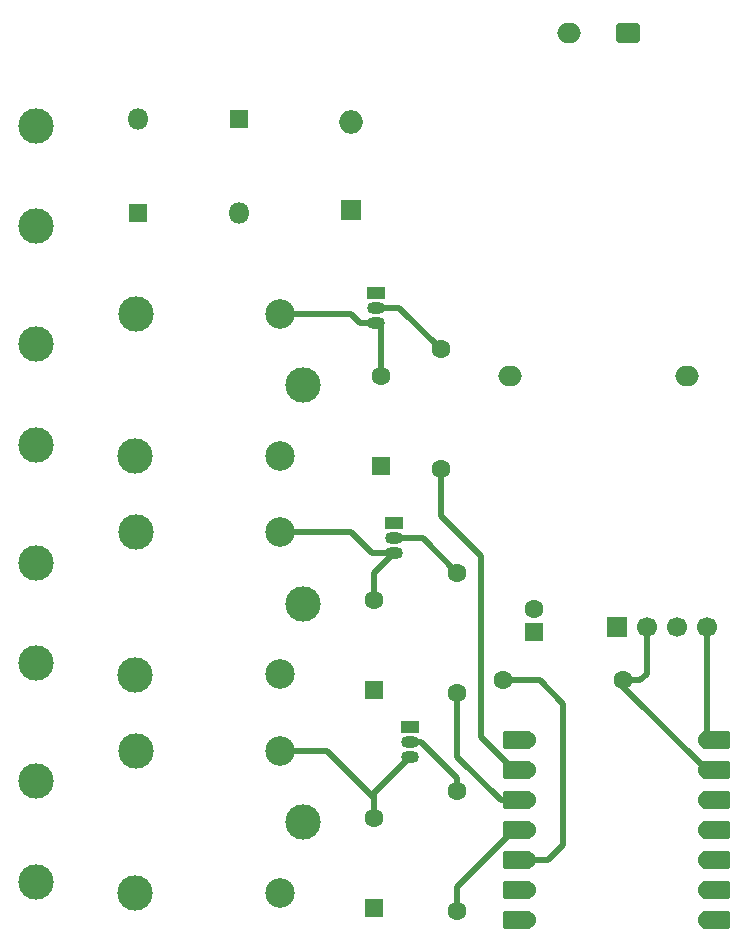
<source format=gbr>
%TF.GenerationSoftware,KiCad,Pcbnew,9.0.5*%
%TF.CreationDate,2025-10-13T17:13:28+02:00*%
%TF.ProjectId,power-sequencer-pcb,706f7765-722d-4736-9571-75656e636572,A*%
%TF.SameCoordinates,Original*%
%TF.FileFunction,Copper,L1,Top*%
%TF.FilePolarity,Positive*%
%FSLAX46Y46*%
G04 Gerber Fmt 4.6, Leading zero omitted, Abs format (unit mm)*
G04 Created by KiCad (PCBNEW 9.0.5) date 2025-10-13 17:13:28*
%MOMM*%
%LPD*%
G01*
G04 APERTURE LIST*
G04 Aperture macros list*
%AMRoundRect*
0 Rectangle with rounded corners*
0 $1 Rounding radius*
0 $2 $3 $4 $5 $6 $7 $8 $9 X,Y pos of 4 corners*
0 Add a 4 corners polygon primitive as box body*
4,1,4,$2,$3,$4,$5,$6,$7,$8,$9,$2,$3,0*
0 Add four circle primitives for the rounded corners*
1,1,$1+$1,$2,$3*
1,1,$1+$1,$4,$5*
1,1,$1+$1,$6,$7*
1,1,$1+$1,$8,$9*
0 Add four rect primitives between the rounded corners*
20,1,$1+$1,$2,$3,$4,$5,0*
20,1,$1+$1,$4,$5,$6,$7,0*
20,1,$1+$1,$6,$7,$8,$9,0*
20,1,$1+$1,$8,$9,$2,$3,0*%
G04 Aperture macros list end*
%TA.AperFunction,ComponentPad*%
%ADD10C,3.000000*%
%TD*%
%TA.AperFunction,ComponentPad*%
%ADD11C,1.600000*%
%TD*%
%TA.AperFunction,ComponentPad*%
%ADD12RoundRect,0.250000X0.550000X-0.550000X0.550000X0.550000X-0.550000X0.550000X-0.550000X-0.550000X0*%
%TD*%
%TA.AperFunction,ComponentPad*%
%ADD13O,1.500000X1.050000*%
%TD*%
%TA.AperFunction,ComponentPad*%
%ADD14R,1.500000X1.050000*%
%TD*%
%TA.AperFunction,ComponentPad*%
%ADD15C,2.500000*%
%TD*%
%TA.AperFunction,ComponentPad*%
%ADD16R,1.800000X1.800000*%
%TD*%
%TA.AperFunction,ComponentPad*%
%ADD17O,2.000000X2.000000*%
%TD*%
%TA.AperFunction,SMDPad,CuDef*%
%ADD18RoundRect,0.152400X-1.063600X-0.609600X1.063600X-0.609600X1.063600X0.609600X-1.063600X0.609600X0*%
%TD*%
%TA.AperFunction,ComponentPad*%
%ADD19C,1.524000*%
%TD*%
%TA.AperFunction,SMDPad,CuDef*%
%ADD20RoundRect,0.152400X1.063600X0.609600X-1.063600X0.609600X-1.063600X-0.609600X1.063600X-0.609600X0*%
%TD*%
%TA.AperFunction,ComponentPad*%
%ADD21R,1.700000X1.700000*%
%TD*%
%TA.AperFunction,ComponentPad*%
%ADD22C,1.700000*%
%TD*%
%TA.AperFunction,ComponentPad*%
%ADD23RoundRect,0.250000X-0.750000X0.600000X-0.750000X-0.600000X0.750000X-0.600000X0.750000X0.600000X0*%
%TD*%
%TA.AperFunction,ComponentPad*%
%ADD24O,2.000000X1.700000*%
%TD*%
%TA.AperFunction,ComponentPad*%
%ADD25R,1.600000X1.600000*%
%TD*%
%TA.AperFunction,ComponentPad*%
%ADD26O,1.800000X1.800000*%
%TD*%
%TA.AperFunction,Conductor*%
%ADD27C,0.500000*%
%TD*%
G04 APERTURE END LIST*
D10*
%TO.P,J1,1,Pin_1*%
%TO.N,Net-(J1-Pin_1)*%
X86307500Y-78095000D03*
%TO.P,J1,2,Pin_2*%
%TO.N,AC_N*%
X86307500Y-69595000D03*
%TD*%
%TO.P,J2,1,Pin_1*%
%TO.N,Net-(J2-Pin_1)*%
X86307500Y-96595000D03*
%TO.P,J2,2,Pin_2*%
%TO.N,AC_N*%
X86307500Y-88095000D03*
%TD*%
%TO.P,J4,1,Pin_1*%
%TO.N,Net-(J4-Pin_1)*%
X86307500Y-133595000D03*
%TO.P,J4,2,Pin_2*%
%TO.N,AC_N*%
X86307500Y-125095000D03*
%TD*%
%TO.P,J3,1,Pin_1*%
%TO.N,Net-(J3-Pin_1)*%
X86307500Y-115095000D03*
%TO.P,J3,2,Pin_2*%
%TO.N,AC_N*%
X86307500Y-106595000D03*
%TD*%
D11*
%TO.P,R2,2*%
%TO.N,Net-(U1-GPIO2{slash}SCK)*%
X120595000Y-98675000D03*
%TO.P,R2,1*%
%TO.N,Net-(Q1-B)*%
X120595000Y-88515000D03*
%TD*%
%TO.P,D1,2,A*%
%TO.N,Net-(D1-A)*%
X115595000Y-90785000D03*
D12*
%TO.P,D1,1,K*%
%TO.N,+5V*%
X115595000Y-98405000D03*
%TD*%
D13*
%TO.P,Q1,3,C*%
%TO.N,Net-(D1-A)*%
X115140000Y-86270000D03*
%TO.P,Q1,2,B*%
%TO.N,Net-(Q1-B)*%
X115140000Y-85000000D03*
D14*
%TO.P,Q1,1,E*%
%TO.N,DC_GND*%
X115140000Y-83730000D03*
%TD*%
D11*
%TO.P,R3,1*%
%TO.N,Net-(Q2-B)*%
X122000000Y-107420000D03*
%TO.P,R3,2*%
%TO.N,Net-(U1-GPIO4{slash}MISO)*%
X122000000Y-117580000D03*
%TD*%
D12*
%TO.P,D3,1,K*%
%TO.N,+5V*%
X115000000Y-135810000D03*
D11*
%TO.P,D3,2,A*%
%TO.N,Net-(D3-A)*%
X115000000Y-128190000D03*
%TD*%
D10*
%TO.P,K2,1*%
%TO.N,AC_L*%
X108950000Y-110050000D03*
D15*
%TO.P,K2,2*%
%TO.N,Net-(D2-A)*%
X107000000Y-104000000D03*
D10*
%TO.P,K2,3*%
%TO.N,Net-(J3-Pin_1)*%
X94800000Y-104000000D03*
%TO.P,K2,4*%
%TO.N,unconnected-(K2-Pad4)*%
X94750000Y-116050000D03*
D15*
%TO.P,K2,5*%
%TO.N,+5V*%
X107000000Y-116000000D03*
%TD*%
D16*
%TO.P,RV1,1*%
%TO.N,AC_L*%
X113000000Y-76750000D03*
D17*
%TO.P,RV1,2*%
%TO.N,AC_N*%
X113000000Y-69250000D03*
%TD*%
D12*
%TO.P,C1,1*%
%TO.N,+5V*%
X128500000Y-112455113D03*
D11*
%TO.P,C1,2*%
%TO.N,DC_GND*%
X128500000Y-110455113D03*
%TD*%
D18*
%TO.P,U1,1,GPIO26/ADC0/A0*%
%TO.N,unconnected-(U1-GPIO26{slash}ADC0{slash}A0-Pad1)*%
X143955000Y-136851500D03*
D19*
X143120000Y-136851500D03*
D18*
%TO.P,U1,2,GPIO27/ADC1/A1*%
%TO.N,unconnected-(U1-GPIO27{slash}ADC1{slash}A1-Pad2)*%
X143955000Y-134311500D03*
D19*
X143120000Y-134311500D03*
D18*
%TO.P,U1,3,GPIO28/ADC2/A2*%
%TO.N,unconnected-(U1-GPIO28{slash}ADC2{slash}A2-Pad3)*%
X143955000Y-131771500D03*
D19*
X143120000Y-131771500D03*
D18*
%TO.P,U1,4,GPIO29/ADC3/A3*%
%TO.N,unconnected-(U1-GPIO29{slash}ADC3{slash}A3-Pad4)*%
X143955000Y-129231500D03*
D19*
X143120000Y-129231500D03*
D18*
%TO.P,U1,5,GPIO6/SDA*%
%TO.N,unconnected-(U1-GPIO6{slash}SDA-Pad5)*%
X143955000Y-126691500D03*
D19*
X143120000Y-126691500D03*
D18*
%TO.P,U1,6,GPIO7/SCL*%
%TO.N,BUTTON*%
X143955000Y-124151500D03*
D19*
X143120000Y-124151500D03*
D18*
%TO.P,U1,7,GPIO0/TX*%
%TO.N,LED*%
X143955000Y-121611500D03*
D19*
X143120000Y-121611500D03*
%TO.P,U1,8,GPIO1/RX*%
%TO.N,unconnected-(U1-GPIO1{slash}RX-Pad8)*%
X127880000Y-121611500D03*
D20*
X127045000Y-121611500D03*
D19*
%TO.P,U1,9,GPIO2/SCK*%
%TO.N,Net-(U1-GPIO2{slash}SCK)*%
X127880000Y-124151500D03*
D20*
X127045000Y-124151500D03*
D19*
%TO.P,U1,10,GPIO4/MISO*%
%TO.N,Net-(U1-GPIO4{slash}MISO)*%
X127880000Y-126691500D03*
D20*
X127045000Y-126691500D03*
D19*
%TO.P,U1,11,GPIO3/MOSI*%
%TO.N,Net-(U1-GPIO3{slash}MOSI)*%
X127880000Y-129231500D03*
D20*
X127045000Y-129231500D03*
D19*
%TO.P,U1,12,3V3*%
%TO.N,+3V3*%
X127880000Y-131771500D03*
D20*
X127045000Y-131771500D03*
D19*
%TO.P,U1,13,GND*%
%TO.N,DC_GND*%
X127880000Y-134311500D03*
D20*
X127045000Y-134311500D03*
D19*
%TO.P,U1,14,VBUS*%
%TO.N,+5V*%
X127880000Y-136851500D03*
D20*
X127045000Y-136851500D03*
%TD*%
D12*
%TO.P,D2,1,K*%
%TO.N,+5V*%
X115000000Y-117310000D03*
D11*
%TO.P,D2,2,A*%
%TO.N,Net-(D2-A)*%
X115000000Y-109690000D03*
%TD*%
D10*
%TO.P,K3,1*%
%TO.N,AC_L*%
X108950000Y-128550000D03*
D15*
%TO.P,K3,2*%
%TO.N,Net-(D3-A)*%
X107000000Y-122500000D03*
D10*
%TO.P,K3,3*%
%TO.N,Net-(J4-Pin_1)*%
X94800000Y-122500000D03*
%TO.P,K3,4*%
%TO.N,unconnected-(K3-Pad4)*%
X94750000Y-134550000D03*
D15*
%TO.P,K3,5*%
%TO.N,+5V*%
X107000000Y-134500000D03*
%TD*%
D11*
%TO.P,R4,1*%
%TO.N,Net-(Q3-B)*%
X122000000Y-125920000D03*
%TO.P,R4,2*%
%TO.N,Net-(U1-GPIO3{slash}MOSI)*%
X122000000Y-136080000D03*
%TD*%
D10*
%TO.P,K1,1*%
%TO.N,AC_L*%
X108950000Y-91550000D03*
D15*
%TO.P,K1,2*%
%TO.N,Net-(D1-A)*%
X107000000Y-85500000D03*
D10*
%TO.P,K1,3*%
%TO.N,Net-(J2-Pin_1)*%
X94800000Y-85500000D03*
%TO.P,K1,4*%
%TO.N,unconnected-(K1-Pad4)*%
X94750000Y-97550000D03*
D15*
%TO.P,K1,5*%
%TO.N,+5V*%
X107000000Y-97500000D03*
%TD*%
D14*
%TO.P,Q3,1,E*%
%TO.N,DC_GND*%
X118000000Y-120500000D03*
D13*
%TO.P,Q3,2,B*%
%TO.N,Net-(Q3-B)*%
X118000000Y-121770000D03*
%TO.P,Q3,3,C*%
%TO.N,Net-(D3-A)*%
X118000000Y-123040000D03*
%TD*%
D21*
%TO.P,SW1,1,1*%
%TO.N,DC_GND*%
X135500000Y-112000000D03*
D22*
%TO.P,SW1,2,2*%
%TO.N,BUTTON*%
X138040000Y-112000000D03*
%TO.P,SW1,3,K*%
%TO.N,DC_GND*%
X140580000Y-112000000D03*
%TO.P,SW1,4,A*%
%TO.N,LED*%
X143120000Y-112000000D03*
%TD*%
D23*
%TO.P,PS1,1,AC/L*%
%TO.N,AC_L*%
X136500000Y-61712500D03*
D24*
%TO.P,PS1,2,AC/N*%
%TO.N,AC_N*%
X131500000Y-61712500D03*
%TO.P,PS1,3,-Vout*%
%TO.N,DC_GND*%
X141500000Y-90792500D03*
%TO.P,PS1,4,+Vout*%
%TO.N,+5V*%
X126500000Y-90792500D03*
%TD*%
D11*
%TO.P,R1,1*%
%TO.N,BUTTON*%
X136080000Y-116500000D03*
%TO.P,R1,2*%
%TO.N,+3V3*%
X125920000Y-116500000D03*
%TD*%
D25*
%TO.P,F1,1*%
%TO.N,Net-(J1-Pin_1)*%
X95000000Y-77000000D03*
D26*
%TO.P,F1,2*%
%TO.N,Net-(SW2-A)*%
X95000000Y-69000000D03*
%TD*%
D14*
%TO.P,Q2,1,E*%
%TO.N,DC_GND*%
X116640000Y-103230000D03*
D13*
%TO.P,Q2,2,B*%
%TO.N,Net-(Q2-B)*%
X116640000Y-104500000D03*
%TO.P,Q2,3,C*%
%TO.N,Net-(D2-A)*%
X116640000Y-105770000D03*
%TD*%
D25*
%TO.P,SW2,1,A*%
%TO.N,Net-(SW2-A)*%
X103500000Y-69000000D03*
D26*
%TO.P,SW2,2,B*%
%TO.N,AC_L*%
X103500000Y-77000000D03*
%TD*%
D27*
%TO.N,LED*%
X143120000Y-112000000D02*
X143120000Y-121611500D01*
%TO.N,BUTTON*%
X138040000Y-112000000D02*
X138040000Y-115960000D01*
X138040000Y-115960000D02*
X137500000Y-116500000D01*
X137500000Y-116500000D02*
X136080000Y-116500000D01*
%TO.N,+3V3*%
X127880000Y-131771500D02*
X129728500Y-131771500D01*
X131000000Y-118500000D02*
X129000000Y-116500000D01*
X129000000Y-116500000D02*
X125920000Y-116500000D01*
X129728500Y-131771500D02*
X131000000Y-130500000D01*
X131000000Y-130500000D02*
X131000000Y-118500000D01*
%TO.N,BUTTON*%
X143120000Y-124151500D02*
X136080000Y-117111500D01*
X136080000Y-117111500D02*
X136080000Y-116500000D01*
%TO.N,Net-(U1-GPIO4{slash}MISO)*%
X127880000Y-126691500D02*
X125691500Y-126691500D01*
X125691500Y-126691500D02*
X122000000Y-123000000D01*
X122000000Y-123000000D02*
X122000000Y-117580000D01*
%TO.N,Net-(Q1-B)*%
X120595000Y-88515000D02*
X117080000Y-85000000D01*
X117080000Y-85000000D02*
X115140000Y-85000000D01*
%TO.N,Net-(D1-A)*%
X107000000Y-85500000D02*
X113000000Y-85500000D01*
X113000000Y-85500000D02*
X113770000Y-86270000D01*
X113770000Y-86270000D02*
X115140000Y-86270000D01*
X115595000Y-90785000D02*
X115595000Y-86725000D01*
X115595000Y-86725000D02*
X115140000Y-86270000D01*
%TO.N,Net-(D2-A)*%
X115000000Y-109690000D02*
X115000000Y-107410000D01*
X115000000Y-107410000D02*
X116640000Y-105770000D01*
X116640000Y-105770000D02*
X114770000Y-105770000D01*
X114770000Y-105770000D02*
X113000000Y-104000000D01*
X113000000Y-104000000D02*
X107000000Y-104000000D01*
%TO.N,Net-(Q2-B)*%
X122000000Y-107420000D02*
X119080000Y-104500000D01*
X119080000Y-104500000D02*
X116640000Y-104500000D01*
%TO.N,Net-(U1-GPIO2{slash}SCK)*%
X127880000Y-124151500D02*
X126802370Y-124151500D01*
X126802370Y-124151500D02*
X124000000Y-121349130D01*
X124000000Y-121349130D02*
X124000000Y-106000000D01*
X124000000Y-106000000D02*
X120595000Y-102595000D01*
X120595000Y-102595000D02*
X120595000Y-98675000D01*
%TO.N,Net-(U1-GPIO3{slash}MOSI)*%
X122000000Y-136080000D02*
X122000000Y-134033870D01*
X122000000Y-134033870D02*
X126802370Y-129231500D01*
X126802370Y-129231500D02*
X127880000Y-129231500D01*
%TO.N,Net-(Q3-B)*%
X122000000Y-125920000D02*
X122000000Y-124788630D01*
X122000000Y-124788630D02*
X118981370Y-121770000D01*
X118981370Y-121770000D02*
X118000000Y-121770000D01*
%TO.N,Net-(D3-A)*%
X115000000Y-128190000D02*
X115000000Y-126040000D01*
X115000000Y-126040000D02*
X118000000Y-123040000D01*
X115000000Y-128190000D02*
X115000000Y-126500000D01*
X115000000Y-126500000D02*
X111000000Y-122500000D01*
X111000000Y-122500000D02*
X107000000Y-122500000D01*
%TD*%
M02*

</source>
